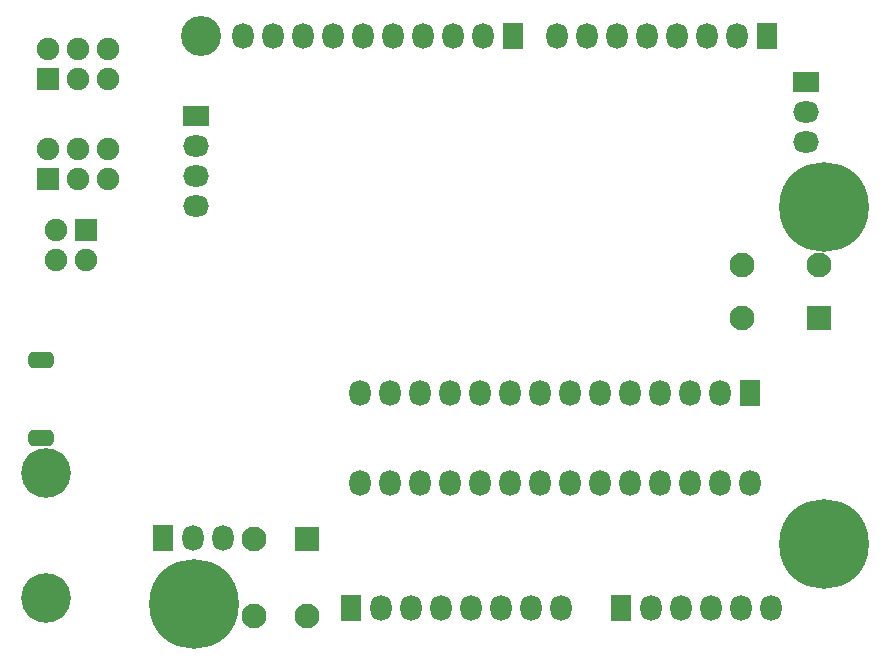
<source format=gbs>
G04*
G04 #@! TF.GenerationSoftware,Altium Limited,Altium Designer,21.3.1 (25)*
G04*
G04 Layer_Color=16711935*
%FSLAX44Y44*%
%MOMM*%
G71*
G04*
G04 #@! TF.SameCoordinates,472AA62F-3F09-4C21-BF2B-41C26AEB2B16*
G04*
G04*
G04 #@! TF.FilePolarity,Negative*
G04*
G01*
G75*
%ADD49R,2.1000X2.1000*%
%ADD58C,3.4000*%
%ADD59C,2.1000*%
%ADD60C,4.2000*%
%ADD61O,1.8000X2.2000*%
%ADD62R,1.8000X2.2000*%
%ADD63C,7.6000*%
%ADD64R,1.9000X1.9000*%
%ADD65C,1.9000*%
%ADD66O,2.2000X1.8000*%
%ADD67R,2.2000X1.8000*%
%ADD68R,2.1000X2.1000*%
G04:AMPARAMS|DCode=69|XSize=2.2mm|YSize=1.4mm|CornerRadius=0.46mm|HoleSize=0mm|Usage=FLASHONLY|Rotation=0.000|XOffset=0mm|YOffset=0mm|HoleType=Round|Shape=RoundedRectangle|*
%AMROUNDEDRECTD69*
21,1,2.2000,0.4800,0,0,0.0*
21,1,1.2800,1.4000,0,0,0.0*
1,1,0.9200,0.6400,-0.2400*
1,1,0.9200,-0.6400,-0.2400*
1,1,0.9200,-0.6400,0.2400*
1,1,0.9200,0.6400,0.2400*
%
%ADD69ROUNDEDRECTD69*%
D49*
X248560Y80760D02*
D03*
D58*
X157988Y506476D02*
D03*
D59*
X203560Y80760D02*
D03*
Y15760D02*
D03*
X248560D02*
D03*
X681724Y312568D02*
D03*
X616724D02*
D03*
Y267568D02*
D03*
D60*
X27178Y136906D02*
D03*
Y30734D02*
D03*
D61*
X193548Y506476D02*
D03*
X218948D02*
D03*
X244348D02*
D03*
X269748D02*
D03*
X295148D02*
D03*
X345948D02*
D03*
X371348D02*
D03*
X396748D02*
D03*
X320548D02*
D03*
X535940D02*
D03*
X612140D02*
D03*
X586740D02*
D03*
X561340D02*
D03*
X510540D02*
D03*
X485140D02*
D03*
X459740D02*
D03*
X387096Y22352D02*
D03*
X310896D02*
D03*
X336296D02*
D03*
X361696D02*
D03*
X412496D02*
D03*
X437896D02*
D03*
X463296D02*
D03*
X615188Y22606D02*
D03*
X538988D02*
D03*
X564388D02*
D03*
X589788D02*
D03*
X640588D02*
D03*
X177038Y81788D02*
D03*
X151638D02*
D03*
X318516Y127762D02*
D03*
X293116D02*
D03*
X343916D02*
D03*
X369316D02*
D03*
X394716D02*
D03*
X420116D02*
D03*
X445516D02*
D03*
X470916D02*
D03*
X496316D02*
D03*
X521716D02*
D03*
X547116D02*
D03*
X572516D02*
D03*
X597916D02*
D03*
X623316D02*
D03*
X293116Y203962D02*
D03*
X318516D02*
D03*
X343916D02*
D03*
X369316D02*
D03*
X394716D02*
D03*
X420116D02*
D03*
X445516D02*
D03*
X470916D02*
D03*
X496316D02*
D03*
X521716D02*
D03*
X547116D02*
D03*
X572516D02*
D03*
X597916D02*
D03*
D62*
X422148Y506476D02*
D03*
X637540D02*
D03*
X285496Y22352D02*
D03*
X513588Y22606D02*
D03*
X126238Y81788D02*
D03*
X623316Y203962D02*
D03*
D63*
X152400Y25400D02*
D03*
X685800Y76200D02*
D03*
Y361950D02*
D03*
D64*
X29210Y469900D02*
D03*
Y385572D02*
D03*
X60960Y341884D02*
D03*
D65*
X54610Y469900D02*
D03*
X80010D02*
D03*
X29210Y495300D02*
D03*
X54610D02*
D03*
X80010D02*
D03*
X54610Y385572D02*
D03*
X80010D02*
D03*
X29210Y410972D02*
D03*
X54610D02*
D03*
X80010D02*
D03*
X35560Y341884D02*
D03*
X60960Y316484D02*
D03*
X35560D02*
D03*
D66*
X154432Y362712D02*
D03*
Y388112D02*
D03*
Y413512D02*
D03*
X670306Y416560D02*
D03*
Y441960D02*
D03*
D67*
X154432Y438912D02*
D03*
X670306Y467360D02*
D03*
D68*
X681724Y267568D02*
D03*
D69*
X22860Y166410D02*
D03*
Y232410D02*
D03*
M02*

</source>
